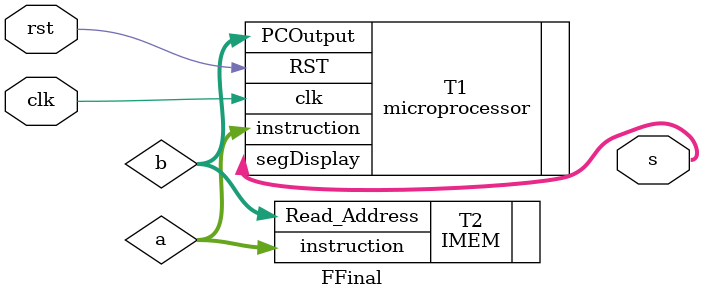
<source format=v>
`timescale 1ns / 1ps
module FFinal(
    input clk,
    input rst,
    output [13:0] s
    );
	 
	 wire [7:0] a;
	 wire [7:0] b;
	 
	 
	 microprocessor T1 (.instruction(a), .clk(clk), .RST(rst), .PCOutput(b), .segDisplay(s));
	 IMEM T2 (.instruction(a), .Read_Address(b));
		
endmodule
</source>
